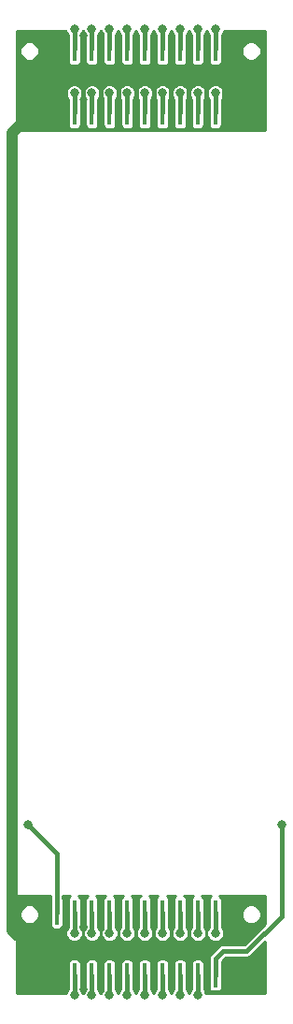
<source format=gbr>
G04 #@! TF.GenerationSoftware,KiCad,Pcbnew,5.0.2-bee76a0~70~ubuntu18.04.1*
G04 #@! TF.CreationDate,2019-05-09T10:06:10+02:00*
G04 #@! TF.ProjectId,breadboard,62726561-6462-46f6-9172-642e6b696361,rev?*
G04 #@! TF.SameCoordinates,Original*
G04 #@! TF.FileFunction,Copper,L2,Bot*
G04 #@! TF.FilePolarity,Positive*
%FSLAX46Y46*%
G04 Gerber Fmt 4.6, Leading zero omitted, Abs format (unit mm)*
G04 Created by KiCad (PCBNEW 5.0.2-bee76a0~70~ubuntu18.04.1) date jeu. 09 mai 2019 10:06:10 CEST*
%MOMM*%
%LPD*%
G01*
G04 APERTURE LIST*
G04 #@! TA.AperFunction,SMDPad,CuDef*
%ADD10R,4.700000X0.430000*%
G04 #@! TD*
G04 #@! TA.AperFunction,SMDPad,CuDef*
%ADD11R,2.540000X0.430000*%
G04 #@! TD*
G04 #@! TA.AperFunction,SMDPad,CuDef*
%ADD12R,0.410000X2.270000*%
G04 #@! TD*
G04 #@! TA.AperFunction,ViaPad*
%ADD13C,0.800000*%
G04 #@! TD*
G04 #@! TA.AperFunction,Conductor*
%ADD14C,0.400000*%
G04 #@! TD*
G04 #@! TA.AperFunction,Conductor*
%ADD15C,0.250000*%
G04 #@! TD*
G04 #@! TA.AperFunction,Conductor*
%ADD16C,1.000000*%
G04 #@! TD*
G04 #@! TA.AperFunction,Conductor*
%ADD17C,0.254000*%
G04 #@! TD*
G04 APERTURE END LIST*
D10*
G04 #@! TO.P,P2,G3*
G04 #@! TO.N,GND*
X108576017Y-64876027D03*
G04 #@! TO.P,P2,G2*
X114926017Y-64876027D03*
D11*
G04 #@! TO.P,P2,G4*
X103686017Y-64876027D03*
D12*
G04 #@! TO.P,P2,38*
X104951017Y-62011027D03*
G04 #@! TO.P,P2,34*
X106551017Y-62011027D03*
G04 #@! TO.P,P2,36*
G04 #@! TO.N,Net-(P2-Pad36)*
X105751017Y-62011027D03*
G04 #@! TO.P,P2,40*
G04 #@! TO.N,GND*
X104151017Y-62011027D03*
G04 #@! TO.P,P2,32*
G04 #@! TO.N,Net-(P2-Pad32)*
X107351017Y-62011027D03*
G04 #@! TO.P,P2,35*
G04 #@! TO.N,Net-(P2-Pad35)*
X105751017Y-67741027D03*
G04 #@! TO.P,P2,33*
G04 #@! TO.N,GND*
X106551017Y-67741027D03*
G04 #@! TO.P,P2,31*
G04 #@! TO.N,Net-(P2-Pad31)*
X107351017Y-67741027D03*
G04 #@! TO.P,P2,37*
G04 #@! TO.N,GND*
X104951017Y-67741027D03*
G04 #@! TO.P,P2,39*
X104151017Y-67741027D03*
D11*
G04 #@! TO.P,P2,G1*
X119816017Y-64876027D03*
D12*
G04 #@! TO.P,P2,18*
X112951017Y-62011027D03*
G04 #@! TO.P,P2,26*
X109751017Y-62011027D03*
G04 #@! TO.P,P2,14*
X114551017Y-62011027D03*
G04 #@! TO.P,P2,6*
X117751017Y-62011027D03*
G04 #@! TO.P,P2,20*
G04 #@! TO.N,Net-(P2-Pad20)*
X112151017Y-62011027D03*
G04 #@! TO.P,P2,2*
G04 #@! TO.N,GND*
X119351017Y-62011027D03*
G04 #@! TO.P,P2,24*
G04 #@! TO.N,Net-(P2-Pad24)*
X110551017Y-62011027D03*
G04 #@! TO.P,P2,12*
G04 #@! TO.N,Net-(P2-Pad12)*
X115351017Y-62011027D03*
G04 #@! TO.P,P2,16*
G04 #@! TO.N,Net-(P2-Pad16)*
X113751017Y-62011027D03*
G04 #@! TO.P,P2,4*
G04 #@! TO.N,Net-(P2-Pad4)*
X118551017Y-62011027D03*
G04 #@! TO.P,P2,22*
G04 #@! TO.N,GND*
X111351017Y-62011027D03*
G04 #@! TO.P,P2,8*
G04 #@! TO.N,Net-(P2-Pad8)*
X116951017Y-62011027D03*
G04 #@! TO.P,P2,28*
G04 #@! TO.N,Net-(P2-Pad28)*
X108951017Y-62011027D03*
G04 #@! TO.P,P2,30*
G04 #@! TO.N,GND*
X108151017Y-62011027D03*
G04 #@! TO.P,P2,10*
X116151017Y-62011027D03*
G04 #@! TO.P,P2,27*
G04 #@! TO.N,Net-(P2-Pad27)*
X108951017Y-67741027D03*
G04 #@! TO.P,P2,23*
G04 #@! TO.N,Net-(P2-Pad23)*
X110551017Y-67741027D03*
G04 #@! TO.P,P2,29*
G04 #@! TO.N,GND*
X108151017Y-67741027D03*
G04 #@! TO.P,P2,21*
X111351017Y-67741027D03*
G04 #@! TO.P,P2,25*
X109751017Y-67741027D03*
G04 #@! TO.P,P2,15*
G04 #@! TO.N,Net-(P2-Pad15)*
X113751017Y-67741027D03*
G04 #@! TO.P,P2,11*
G04 #@! TO.N,Net-(P2-Pad11)*
X115351017Y-67741027D03*
G04 #@! TO.P,P2,13*
G04 #@! TO.N,GND*
X114551017Y-67741027D03*
G04 #@! TO.P,P2,17*
X112951017Y-67741027D03*
G04 #@! TO.P,P2,19*
G04 #@! TO.N,Net-(P2-Pad19)*
X112151017Y-67741027D03*
G04 #@! TO.P,P2,9*
G04 #@! TO.N,GND*
X116151017Y-67741027D03*
G04 #@! TO.P,P2,5*
X117751017Y-67741027D03*
G04 #@! TO.P,P2,7*
G04 #@! TO.N,Net-(P2-Pad7)*
X116951017Y-67741027D03*
G04 #@! TO.P,P2,1*
G04 #@! TO.N,GND*
X119351017Y-67741027D03*
G04 #@! TO.P,P2,3*
G04 #@! TO.N,Net-(P2-Pad3)*
X118551017Y-67741027D03*
G04 #@! TD*
D10*
G04 #@! TO.P,P1,G3*
G04 #@! TO.N,GND*
X108576017Y-142976027D03*
G04 #@! TO.P,P1,G2*
X114926017Y-142976027D03*
D11*
G04 #@! TO.P,P1,G4*
X103686017Y-142976027D03*
D12*
G04 #@! TO.P,P1,38*
X104951017Y-140111027D03*
G04 #@! TO.P,P1,34*
X106551017Y-140111027D03*
G04 #@! TO.P,P1,36*
G04 #@! TO.N,Net-(P1-Pad36)*
X105751017Y-140111027D03*
G04 #@! TO.P,P1,40*
G04 #@! TO.N,+3V3*
X104151017Y-140111027D03*
G04 #@! TO.P,P1,32*
G04 #@! TO.N,Net-(P1-Pad32)*
X107351017Y-140111027D03*
G04 #@! TO.P,P1,35*
G04 #@! TO.N,Net-(P1-Pad35)*
X105751017Y-145841027D03*
G04 #@! TO.P,P1,33*
G04 #@! TO.N,GND*
X106551017Y-145841027D03*
G04 #@! TO.P,P1,31*
G04 #@! TO.N,Net-(P1-Pad31)*
X107351017Y-145841027D03*
G04 #@! TO.P,P1,37*
G04 #@! TO.N,GND*
X104951017Y-145841027D03*
G04 #@! TO.P,P1,39*
X104151017Y-145841027D03*
D11*
G04 #@! TO.P,P1,G1*
X119816017Y-142976027D03*
D12*
G04 #@! TO.P,P1,18*
X112951017Y-140111027D03*
G04 #@! TO.P,P1,26*
X109751017Y-140111027D03*
G04 #@! TO.P,P1,14*
X114551017Y-140111027D03*
G04 #@! TO.P,P1,6*
X117751017Y-140111027D03*
G04 #@! TO.P,P1,20*
G04 #@! TO.N,Net-(P1-Pad20)*
X112151017Y-140111027D03*
G04 #@! TO.P,P1,2*
G04 #@! TO.N,GND*
X119351017Y-140111027D03*
G04 #@! TO.P,P1,24*
G04 #@! TO.N,Net-(P1-Pad24)*
X110551017Y-140111027D03*
G04 #@! TO.P,P1,12*
G04 #@! TO.N,Net-(P1-Pad12)*
X115351017Y-140111027D03*
G04 #@! TO.P,P1,16*
G04 #@! TO.N,Net-(P1-Pad16)*
X113751017Y-140111027D03*
G04 #@! TO.P,P1,4*
G04 #@! TO.N,Net-(P1-Pad4)*
X118551017Y-140111027D03*
G04 #@! TO.P,P1,22*
G04 #@! TO.N,GND*
X111351017Y-140111027D03*
G04 #@! TO.P,P1,8*
G04 #@! TO.N,Net-(P1-Pad8)*
X116951017Y-140111027D03*
G04 #@! TO.P,P1,28*
G04 #@! TO.N,Net-(P1-Pad28)*
X108951017Y-140111027D03*
G04 #@! TO.P,P1,30*
G04 #@! TO.N,GND*
X108151017Y-140111027D03*
G04 #@! TO.P,P1,10*
X116151017Y-140111027D03*
G04 #@! TO.P,P1,27*
G04 #@! TO.N,Net-(P1-Pad27)*
X108951017Y-145841027D03*
G04 #@! TO.P,P1,23*
G04 #@! TO.N,Net-(P1-Pad23)*
X110551017Y-145841027D03*
G04 #@! TO.P,P1,29*
G04 #@! TO.N,GND*
X108151017Y-145841027D03*
G04 #@! TO.P,P1,21*
X111351017Y-145841027D03*
G04 #@! TO.P,P1,25*
X109751017Y-145841027D03*
G04 #@! TO.P,P1,15*
G04 #@! TO.N,Net-(P1-Pad15)*
X113751017Y-145841027D03*
G04 #@! TO.P,P1,11*
G04 #@! TO.N,Net-(P1-Pad11)*
X115351017Y-145841027D03*
G04 #@! TO.P,P1,13*
G04 #@! TO.N,GND*
X114551017Y-145841027D03*
G04 #@! TO.P,P1,17*
X112951017Y-145841027D03*
G04 #@! TO.P,P1,19*
G04 #@! TO.N,Net-(P1-Pad19)*
X112151017Y-145841027D03*
G04 #@! TO.P,P1,9*
G04 #@! TO.N,GND*
X116151017Y-145841027D03*
G04 #@! TO.P,P1,5*
X117751017Y-145841027D03*
G04 #@! TO.P,P1,7*
G04 #@! TO.N,Net-(P1-Pad7)*
X116951017Y-145841027D03*
G04 #@! TO.P,P1,1*
G04 #@! TO.N,GND*
X119351017Y-145841027D03*
G04 #@! TO.P,P1,3*
G04 #@! TO.N,GNDA*
X118551017Y-145841027D03*
G04 #@! TD*
D13*
G04 #@! TO.N,GNDA*
X124551017Y-132211027D03*
G04 #@! TO.N,Net-(P1-Pad7)*
X116951017Y-147611027D03*
G04 #@! TO.N,Net-(P1-Pad19)*
X112151017Y-147611027D03*
G04 #@! TO.N,Net-(P1-Pad11)*
X115351017Y-147611027D03*
G04 #@! TO.N,Net-(P1-Pad15)*
X113751017Y-147611027D03*
G04 #@! TO.N,Net-(P1-Pad23)*
X110551017Y-147611027D03*
G04 #@! TO.N,Net-(P1-Pad27)*
X108951017Y-147611027D03*
G04 #@! TO.N,Net-(P1-Pad28)*
X108951017Y-142011027D03*
G04 #@! TO.N,Net-(P1-Pad8)*
X116951017Y-142011027D03*
G04 #@! TO.N,Net-(P1-Pad4)*
X118551017Y-142011027D03*
G04 #@! TO.N,Net-(P1-Pad16)*
X113751017Y-142011027D03*
G04 #@! TO.N,Net-(P1-Pad12)*
X115351017Y-142011027D03*
G04 #@! TO.N,Net-(P1-Pad24)*
X110551017Y-142011027D03*
G04 #@! TO.N,Net-(P1-Pad20)*
X112151017Y-142011027D03*
G04 #@! TO.N,Net-(P1-Pad31)*
X107351017Y-147611027D03*
G04 #@! TO.N,Net-(P1-Pad35)*
X105751017Y-147611027D03*
G04 #@! TO.N,Net-(P1-Pad32)*
X107351017Y-142011027D03*
G04 #@! TO.N,+3V3*
X101551017Y-132211027D03*
G04 #@! TO.N,Net-(P1-Pad36)*
X105751017Y-142011027D03*
G04 #@! TO.N,Net-(P2-Pad36)*
X105751017Y-60211027D03*
G04 #@! TO.N,Net-(P2-Pad32)*
X107351017Y-60211027D03*
G04 #@! TO.N,Net-(P2-Pad35)*
X105751017Y-66011027D03*
G04 #@! TO.N,Net-(P2-Pad31)*
X107351017Y-66011027D03*
G04 #@! TO.N,Net-(P2-Pad20)*
X112151017Y-60211027D03*
G04 #@! TO.N,Net-(P2-Pad24)*
X110551017Y-60211027D03*
G04 #@! TO.N,Net-(P2-Pad12)*
X115351017Y-60211027D03*
G04 #@! TO.N,Net-(P2-Pad16)*
X113751017Y-60211027D03*
G04 #@! TO.N,Net-(P2-Pad4)*
X118551017Y-60211027D03*
G04 #@! TO.N,Net-(P2-Pad8)*
X116951017Y-60211027D03*
G04 #@! TO.N,Net-(P2-Pad28)*
X108951017Y-60211027D03*
G04 #@! TO.N,Net-(P2-Pad27)*
X108951017Y-66011027D03*
G04 #@! TO.N,Net-(P2-Pad23)*
X110551017Y-66011027D03*
G04 #@! TO.N,Net-(P2-Pad15)*
X113751017Y-66011027D03*
G04 #@! TO.N,Net-(P2-Pad11)*
X115351017Y-66011027D03*
G04 #@! TO.N,Net-(P2-Pad19)*
X112151017Y-66011027D03*
G04 #@! TO.N,Net-(P2-Pad7)*
X116951017Y-66011027D03*
G04 #@! TO.N,Net-(P2-Pad3)*
X118551017Y-66011027D03*
G04 #@! TD*
D14*
G04 #@! TO.N,GNDA*
X124551017Y-140446029D02*
X124551017Y-132211027D01*
X121406018Y-143591028D02*
X124551017Y-140446029D01*
X119266016Y-143591028D02*
X121406018Y-143591028D01*
X118551017Y-145841027D02*
X118551017Y-144306027D01*
X118551017Y-144306027D02*
X119266016Y-143591028D01*
G04 #@! TO.N,Net-(P1-Pad7)*
X116951017Y-145841027D02*
X116951017Y-147611027D01*
G04 #@! TO.N,Net-(P1-Pad19)*
X112151017Y-145841027D02*
X112151017Y-147611027D01*
G04 #@! TO.N,Net-(P1-Pad11)*
X115351017Y-145841027D02*
X115351017Y-147611027D01*
G04 #@! TO.N,Net-(P1-Pad15)*
X113751017Y-145841027D02*
X113751017Y-147611027D01*
G04 #@! TO.N,Net-(P1-Pad23)*
X110551017Y-145841027D02*
X110551017Y-147611027D01*
G04 #@! TO.N,Net-(P1-Pad27)*
X108951017Y-145841027D02*
X108951017Y-147611027D01*
G04 #@! TO.N,Net-(P1-Pad28)*
X108951017Y-140111027D02*
X108951017Y-142011027D01*
G04 #@! TO.N,Net-(P1-Pad8)*
X116951017Y-140111027D02*
X116951017Y-142011027D01*
G04 #@! TO.N,Net-(P1-Pad4)*
X118551017Y-140111027D02*
X118551017Y-142011027D01*
G04 #@! TO.N,Net-(P1-Pad16)*
X113751017Y-140111027D02*
X113751017Y-142011027D01*
G04 #@! TO.N,Net-(P1-Pad12)*
X115351017Y-140111027D02*
X115351017Y-142011027D01*
G04 #@! TO.N,Net-(P1-Pad24)*
X110551017Y-140111027D02*
X110551017Y-142011027D01*
G04 #@! TO.N,Net-(P1-Pad20)*
X112151017Y-140111027D02*
X112151017Y-142011027D01*
G04 #@! TO.N,Net-(P1-Pad31)*
X107351017Y-145841027D02*
X107351017Y-147611027D01*
G04 #@! TO.N,Net-(P1-Pad35)*
X105751017Y-145841027D02*
X105751017Y-147611027D01*
G04 #@! TO.N,Net-(P1-Pad32)*
X107351017Y-140111027D02*
X107351017Y-142011027D01*
G04 #@! TO.N,+3V3*
X104151017Y-140111027D02*
X104151017Y-134811027D01*
X104151017Y-134811027D02*
X101551017Y-132211027D01*
G04 #@! TO.N,Net-(P1-Pad36)*
X105751017Y-140111027D02*
X105751017Y-142011027D01*
G04 #@! TO.N,Net-(P2-Pad36)*
X105751017Y-62011027D02*
X105751017Y-60211027D01*
G04 #@! TO.N,Net-(P2-Pad32)*
X107351017Y-62011027D02*
X107351017Y-60211027D01*
G04 #@! TO.N,Net-(P2-Pad35)*
X105751017Y-67741027D02*
X105751017Y-66011027D01*
G04 #@! TO.N,Net-(P2-Pad31)*
X107351017Y-67741027D02*
X107351017Y-66011027D01*
G04 #@! TO.N,Net-(P2-Pad20)*
X112151017Y-62011027D02*
X112151017Y-60211027D01*
G04 #@! TO.N,Net-(P2-Pad24)*
X110551017Y-62011027D02*
X110551017Y-60211027D01*
G04 #@! TO.N,Net-(P2-Pad12)*
X115351017Y-62011027D02*
X115351017Y-60211027D01*
G04 #@! TO.N,Net-(P2-Pad16)*
X113751017Y-62011027D02*
X113751017Y-60211027D01*
G04 #@! TO.N,Net-(P2-Pad4)*
X118551017Y-62011027D02*
X118551017Y-60211027D01*
G04 #@! TO.N,Net-(P2-Pad8)*
X116951017Y-62011027D02*
X116951017Y-60211027D01*
G04 #@! TO.N,Net-(P2-Pad28)*
X108951017Y-62011027D02*
X108951017Y-60211027D01*
G04 #@! TO.N,Net-(P2-Pad27)*
X108951017Y-67741027D02*
X108951017Y-66011027D01*
G04 #@! TO.N,Net-(P2-Pad23)*
X110551017Y-67741027D02*
X110551017Y-66011027D01*
G04 #@! TO.N,Net-(P2-Pad15)*
X113751017Y-67741027D02*
X113751017Y-66011027D01*
G04 #@! TO.N,Net-(P2-Pad11)*
X115351017Y-67741027D02*
X115351017Y-66011027D01*
G04 #@! TO.N,Net-(P2-Pad19)*
X112151017Y-67741027D02*
X112151017Y-66011027D01*
G04 #@! TO.N,Net-(P2-Pad7)*
X116951017Y-67741027D02*
X116951017Y-66011027D01*
G04 #@! TO.N,Net-(P2-Pad3)*
X118551017Y-67741027D02*
X118551017Y-66011027D01*
G04 #@! TO.N,GND*
X104151017Y-62011027D02*
X104151017Y-67741027D01*
X106551017Y-65627025D02*
X106551017Y-62011027D01*
X106551017Y-67741027D02*
X106551017Y-65627025D01*
X108151017Y-67741027D02*
X108151017Y-62011027D01*
X109751017Y-67741027D02*
X109751017Y-66011027D01*
X109751017Y-66011027D02*
X109751017Y-62011027D01*
X111351017Y-67741027D02*
X111351017Y-62011027D01*
X112951017Y-66811027D02*
X112951017Y-62011027D01*
X112951017Y-67741027D02*
X112951017Y-66811027D01*
X114551017Y-67741027D02*
X114551017Y-62011027D01*
X116151017Y-67741027D02*
X116151017Y-62011027D01*
X117751017Y-67741027D02*
X117751017Y-62011027D01*
X119351017Y-67741027D02*
X119351017Y-62611027D01*
X109751017Y-140111027D02*
X109751017Y-141211027D01*
X119351016Y-147376028D02*
X117751017Y-147376027D01*
X117751017Y-147376027D02*
X117751017Y-145841027D01*
X119351017Y-145841027D02*
X119351016Y-147376028D01*
D15*
X104886017Y-64876027D02*
X104951017Y-64811027D01*
X103686017Y-64876027D02*
X104886017Y-64876027D01*
D14*
X104951017Y-62011027D02*
X104951017Y-64811027D01*
X104951017Y-64811027D02*
X104951017Y-67741027D01*
X108576017Y-64876027D02*
X103686017Y-64876027D01*
X103686017Y-142976027D02*
X104916017Y-142976027D01*
X104916017Y-142976027D02*
X104951017Y-143011027D01*
X114926017Y-142976027D02*
X115570019Y-142976027D01*
X114926017Y-142976027D02*
X112176017Y-142976027D01*
D16*
X101416017Y-142976027D02*
X100151017Y-141711027D01*
X103686017Y-142976027D02*
X101416017Y-142976027D01*
X103686017Y-66091027D02*
X103686017Y-64876027D01*
X100151017Y-69626027D02*
X103686017Y-66091027D01*
X100151017Y-141711027D02*
X100151017Y-69626027D01*
G04 #@! TD*
D17*
G04 #@! TO.N,GND*
G36*
X103570017Y-138913365D02*
X103557553Y-138976027D01*
X103557553Y-141246027D01*
X103587123Y-141394686D01*
X103671331Y-141520713D01*
X103797358Y-141604921D01*
X103946017Y-141634491D01*
X104356017Y-141634491D01*
X104504676Y-141604921D01*
X104630703Y-141520713D01*
X104714911Y-141394686D01*
X104744481Y-141246027D01*
X104744481Y-138976027D01*
X104732017Y-138913366D01*
X104732017Y-138638027D01*
X105366088Y-138638027D01*
X105271331Y-138701341D01*
X105187123Y-138827368D01*
X105157553Y-138976027D01*
X105157553Y-141246027D01*
X105170018Y-141308691D01*
X105170018Y-141487525D01*
X105088917Y-141568626D01*
X104970017Y-141855676D01*
X104970017Y-142166378D01*
X105088917Y-142453428D01*
X105308616Y-142673127D01*
X105595666Y-142792027D01*
X105906368Y-142792027D01*
X106193418Y-142673127D01*
X106413117Y-142453428D01*
X106532017Y-142166378D01*
X106532017Y-141855676D01*
X106413117Y-141568626D01*
X106332017Y-141487526D01*
X106332017Y-141308688D01*
X106344481Y-141246027D01*
X106344481Y-138976027D01*
X106314911Y-138827368D01*
X106230703Y-138701341D01*
X106135946Y-138638027D01*
X106966088Y-138638027D01*
X106871331Y-138701341D01*
X106787123Y-138827368D01*
X106757553Y-138976027D01*
X106757553Y-141246027D01*
X106770018Y-141308691D01*
X106770018Y-141487525D01*
X106688917Y-141568626D01*
X106570017Y-141855676D01*
X106570017Y-142166378D01*
X106688917Y-142453428D01*
X106908616Y-142673127D01*
X107195666Y-142792027D01*
X107506368Y-142792027D01*
X107793418Y-142673127D01*
X108013117Y-142453428D01*
X108132017Y-142166378D01*
X108132017Y-141855676D01*
X108013117Y-141568626D01*
X107932017Y-141487526D01*
X107932017Y-141308688D01*
X107944481Y-141246027D01*
X107944481Y-138976027D01*
X107914911Y-138827368D01*
X107830703Y-138701341D01*
X107735946Y-138638027D01*
X108566088Y-138638027D01*
X108471331Y-138701341D01*
X108387123Y-138827368D01*
X108357553Y-138976027D01*
X108357553Y-141246027D01*
X108370018Y-141308691D01*
X108370018Y-141487525D01*
X108288917Y-141568626D01*
X108170017Y-141855676D01*
X108170017Y-142166378D01*
X108288917Y-142453428D01*
X108508616Y-142673127D01*
X108795666Y-142792027D01*
X109106368Y-142792027D01*
X109393418Y-142673127D01*
X109613117Y-142453428D01*
X109732017Y-142166378D01*
X109732017Y-141855676D01*
X109613117Y-141568626D01*
X109532017Y-141487526D01*
X109532017Y-141308688D01*
X109544481Y-141246027D01*
X109544481Y-138976027D01*
X109514911Y-138827368D01*
X109430703Y-138701341D01*
X109335946Y-138638027D01*
X110166088Y-138638027D01*
X110071331Y-138701341D01*
X109987123Y-138827368D01*
X109957553Y-138976027D01*
X109957553Y-141246027D01*
X109970018Y-141308691D01*
X109970018Y-141487525D01*
X109888917Y-141568626D01*
X109770017Y-141855676D01*
X109770017Y-142166378D01*
X109888917Y-142453428D01*
X110108616Y-142673127D01*
X110395666Y-142792027D01*
X110706368Y-142792027D01*
X110993418Y-142673127D01*
X111213117Y-142453428D01*
X111332017Y-142166378D01*
X111332017Y-141855676D01*
X111213117Y-141568626D01*
X111132017Y-141487526D01*
X111132017Y-141308688D01*
X111144481Y-141246027D01*
X111144481Y-138976027D01*
X111114911Y-138827368D01*
X111030703Y-138701341D01*
X110935946Y-138638027D01*
X111766088Y-138638027D01*
X111671331Y-138701341D01*
X111587123Y-138827368D01*
X111557553Y-138976027D01*
X111557553Y-141246027D01*
X111570018Y-141308691D01*
X111570018Y-141487525D01*
X111488917Y-141568626D01*
X111370017Y-141855676D01*
X111370017Y-142166378D01*
X111488917Y-142453428D01*
X111708616Y-142673127D01*
X111995666Y-142792027D01*
X112306368Y-142792027D01*
X112593418Y-142673127D01*
X112813117Y-142453428D01*
X112932017Y-142166378D01*
X112932017Y-141855676D01*
X112813117Y-141568626D01*
X112732017Y-141487526D01*
X112732017Y-141308688D01*
X112744481Y-141246027D01*
X112744481Y-138976027D01*
X112714911Y-138827368D01*
X112630703Y-138701341D01*
X112535946Y-138638027D01*
X113366088Y-138638027D01*
X113271331Y-138701341D01*
X113187123Y-138827368D01*
X113157553Y-138976027D01*
X113157553Y-141246027D01*
X113170018Y-141308691D01*
X113170018Y-141487525D01*
X113088917Y-141568626D01*
X112970017Y-141855676D01*
X112970017Y-142166378D01*
X113088917Y-142453428D01*
X113308616Y-142673127D01*
X113595666Y-142792027D01*
X113906368Y-142792027D01*
X114193418Y-142673127D01*
X114413117Y-142453428D01*
X114532017Y-142166378D01*
X114532017Y-141855676D01*
X114413117Y-141568626D01*
X114332017Y-141487526D01*
X114332017Y-141308688D01*
X114344481Y-141246027D01*
X114344481Y-138976027D01*
X114314911Y-138827368D01*
X114230703Y-138701341D01*
X114135946Y-138638027D01*
X114966088Y-138638027D01*
X114871331Y-138701341D01*
X114787123Y-138827368D01*
X114757553Y-138976027D01*
X114757553Y-141246027D01*
X114770018Y-141308691D01*
X114770018Y-141487525D01*
X114688917Y-141568626D01*
X114570017Y-141855676D01*
X114570017Y-142166378D01*
X114688917Y-142453428D01*
X114908616Y-142673127D01*
X115195666Y-142792027D01*
X115506368Y-142792027D01*
X115793418Y-142673127D01*
X116013117Y-142453428D01*
X116132017Y-142166378D01*
X116132017Y-141855676D01*
X116013117Y-141568626D01*
X115932017Y-141487526D01*
X115932017Y-141308688D01*
X115944481Y-141246027D01*
X115944481Y-138976027D01*
X115914911Y-138827368D01*
X115830703Y-138701341D01*
X115735946Y-138638027D01*
X116566088Y-138638027D01*
X116471331Y-138701341D01*
X116387123Y-138827368D01*
X116357553Y-138976027D01*
X116357553Y-141246027D01*
X116370018Y-141308691D01*
X116370018Y-141487525D01*
X116288917Y-141568626D01*
X116170017Y-141855676D01*
X116170017Y-142166378D01*
X116288917Y-142453428D01*
X116508616Y-142673127D01*
X116795666Y-142792027D01*
X117106368Y-142792027D01*
X117393418Y-142673127D01*
X117613117Y-142453428D01*
X117732017Y-142166378D01*
X117732017Y-141855676D01*
X117613117Y-141568626D01*
X117532017Y-141487526D01*
X117532017Y-141308688D01*
X117544481Y-141246027D01*
X117544481Y-138976027D01*
X117514911Y-138827368D01*
X117430703Y-138701341D01*
X117335946Y-138638027D01*
X118166088Y-138638027D01*
X118071331Y-138701341D01*
X117987123Y-138827368D01*
X117957553Y-138976027D01*
X117957553Y-141246027D01*
X117970018Y-141308691D01*
X117970018Y-141487525D01*
X117888917Y-141568626D01*
X117770017Y-141855676D01*
X117770017Y-142166378D01*
X117888917Y-142453428D01*
X118108616Y-142673127D01*
X118395666Y-142792027D01*
X118706368Y-142792027D01*
X118993418Y-142673127D01*
X119213117Y-142453428D01*
X119332017Y-142166378D01*
X119332017Y-141855676D01*
X119213117Y-141568626D01*
X119132017Y-141487526D01*
X119132017Y-141308688D01*
X119144481Y-141246027D01*
X119144481Y-140128796D01*
X120925017Y-140128796D01*
X120925017Y-140483258D01*
X121060663Y-140810738D01*
X121311306Y-141061381D01*
X121638786Y-141197027D01*
X121993248Y-141197027D01*
X122320728Y-141061381D01*
X122571371Y-140810738D01*
X122707017Y-140483258D01*
X122707017Y-140128796D01*
X122571371Y-139801316D01*
X122320728Y-139550673D01*
X121993248Y-139415027D01*
X121638786Y-139415027D01*
X121311306Y-139550673D01*
X121060663Y-139801316D01*
X120925017Y-140128796D01*
X119144481Y-140128796D01*
X119144481Y-138976027D01*
X119114911Y-138827368D01*
X119030703Y-138701341D01*
X118935946Y-138638027D01*
X123024017Y-138638027D01*
X123024017Y-141151371D01*
X121165361Y-143010028D01*
X119323232Y-143010028D01*
X119266015Y-142998647D01*
X119208798Y-143010028D01*
X119208794Y-143010028D01*
X119039321Y-143043738D01*
X118847139Y-143172151D01*
X118814726Y-143220660D01*
X118180650Y-143854737D01*
X118132141Y-143887150D01*
X118099728Y-143935659D01*
X118099726Y-143935661D01*
X118003727Y-144079333D01*
X117958636Y-144306027D01*
X117970018Y-144363249D01*
X117970018Y-144643362D01*
X117957553Y-144706027D01*
X117957553Y-146976027D01*
X117987123Y-147124686D01*
X118071331Y-147250713D01*
X118197358Y-147334921D01*
X118346017Y-147364491D01*
X118756017Y-147364491D01*
X118904676Y-147334921D01*
X119030703Y-147250713D01*
X119114911Y-147124686D01*
X119144481Y-146976027D01*
X119144481Y-144706027D01*
X119132017Y-144643366D01*
X119132017Y-144546684D01*
X119506674Y-144172028D01*
X121348800Y-144172028D01*
X121406018Y-144183409D01*
X121463236Y-144172028D01*
X121463240Y-144172028D01*
X121632713Y-144138318D01*
X121824895Y-144009905D01*
X121857310Y-143961393D01*
X123024017Y-142794686D01*
X123024017Y-147384027D01*
X117702339Y-147384027D01*
X117613117Y-147168626D01*
X117532017Y-147087526D01*
X117532017Y-147038688D01*
X117544481Y-146976027D01*
X117544481Y-144706027D01*
X117514911Y-144557368D01*
X117430703Y-144431341D01*
X117304676Y-144347133D01*
X117156017Y-144317563D01*
X116746017Y-144317563D01*
X116597358Y-144347133D01*
X116471331Y-144431341D01*
X116387123Y-144557368D01*
X116357553Y-144706027D01*
X116357553Y-146976027D01*
X116370018Y-147038691D01*
X116370018Y-147087525D01*
X116288917Y-147168626D01*
X116199695Y-147384027D01*
X116102339Y-147384027D01*
X116013117Y-147168626D01*
X115932017Y-147087526D01*
X115932017Y-147038688D01*
X115944481Y-146976027D01*
X115944481Y-144706027D01*
X115914911Y-144557368D01*
X115830703Y-144431341D01*
X115704676Y-144347133D01*
X115556017Y-144317563D01*
X115146017Y-144317563D01*
X114997358Y-144347133D01*
X114871331Y-144431341D01*
X114787123Y-144557368D01*
X114757553Y-144706027D01*
X114757553Y-146976027D01*
X114770018Y-147038691D01*
X114770018Y-147087525D01*
X114688917Y-147168626D01*
X114599695Y-147384027D01*
X114502339Y-147384027D01*
X114413117Y-147168626D01*
X114332017Y-147087526D01*
X114332017Y-147038688D01*
X114344481Y-146976027D01*
X114344481Y-144706027D01*
X114314911Y-144557368D01*
X114230703Y-144431341D01*
X114104676Y-144347133D01*
X113956017Y-144317563D01*
X113546017Y-144317563D01*
X113397358Y-144347133D01*
X113271331Y-144431341D01*
X113187123Y-144557368D01*
X113157553Y-144706027D01*
X113157553Y-146976027D01*
X113170018Y-147038691D01*
X113170018Y-147087525D01*
X113088917Y-147168626D01*
X112999695Y-147384027D01*
X112902339Y-147384027D01*
X112813117Y-147168626D01*
X112732017Y-147087526D01*
X112732017Y-147038688D01*
X112744481Y-146976027D01*
X112744481Y-144706027D01*
X112714911Y-144557368D01*
X112630703Y-144431341D01*
X112504676Y-144347133D01*
X112356017Y-144317563D01*
X111946017Y-144317563D01*
X111797358Y-144347133D01*
X111671331Y-144431341D01*
X111587123Y-144557368D01*
X111557553Y-144706027D01*
X111557553Y-146976027D01*
X111570018Y-147038691D01*
X111570018Y-147087525D01*
X111488917Y-147168626D01*
X111399695Y-147384027D01*
X111302339Y-147384027D01*
X111213117Y-147168626D01*
X111132017Y-147087526D01*
X111132017Y-147038688D01*
X111144481Y-146976027D01*
X111144481Y-144706027D01*
X111114911Y-144557368D01*
X111030703Y-144431341D01*
X110904676Y-144347133D01*
X110756017Y-144317563D01*
X110346017Y-144317563D01*
X110197358Y-144347133D01*
X110071331Y-144431341D01*
X109987123Y-144557368D01*
X109957553Y-144706027D01*
X109957553Y-146976027D01*
X109970018Y-147038691D01*
X109970018Y-147087525D01*
X109888917Y-147168626D01*
X109799695Y-147384027D01*
X109702339Y-147384027D01*
X109613117Y-147168626D01*
X109532017Y-147087526D01*
X109532017Y-147038688D01*
X109544481Y-146976027D01*
X109544481Y-144706027D01*
X109514911Y-144557368D01*
X109430703Y-144431341D01*
X109304676Y-144347133D01*
X109156017Y-144317563D01*
X108746017Y-144317563D01*
X108597358Y-144347133D01*
X108471331Y-144431341D01*
X108387123Y-144557368D01*
X108357553Y-144706027D01*
X108357553Y-146976027D01*
X108370018Y-147038691D01*
X108370018Y-147087525D01*
X108288917Y-147168626D01*
X108199695Y-147384027D01*
X108102339Y-147384027D01*
X108013117Y-147168626D01*
X107932017Y-147087526D01*
X107932017Y-147038688D01*
X107944481Y-146976027D01*
X107944481Y-144706027D01*
X107914911Y-144557368D01*
X107830703Y-144431341D01*
X107704676Y-144347133D01*
X107556017Y-144317563D01*
X107146017Y-144317563D01*
X106997358Y-144347133D01*
X106871331Y-144431341D01*
X106787123Y-144557368D01*
X106757553Y-144706027D01*
X106757553Y-146976027D01*
X106770018Y-147038691D01*
X106770018Y-147087525D01*
X106688917Y-147168626D01*
X106599695Y-147384027D01*
X106502339Y-147384027D01*
X106413117Y-147168626D01*
X106332017Y-147087526D01*
X106332017Y-147038688D01*
X106344481Y-146976027D01*
X106344481Y-144706027D01*
X106314911Y-144557368D01*
X106230703Y-144431341D01*
X106104676Y-144347133D01*
X105956017Y-144317563D01*
X105546017Y-144317563D01*
X105397358Y-144347133D01*
X105271331Y-144431341D01*
X105187123Y-144557368D01*
X105157553Y-144706027D01*
X105157553Y-146976027D01*
X105170018Y-147038691D01*
X105170018Y-147087525D01*
X105088917Y-147168626D01*
X104999695Y-147384027D01*
X100528017Y-147384027D01*
X100528017Y-140128796D01*
X100795017Y-140128796D01*
X100795017Y-140483258D01*
X100930663Y-140810738D01*
X101181306Y-141061381D01*
X101508786Y-141197027D01*
X101863248Y-141197027D01*
X102190728Y-141061381D01*
X102441371Y-140810738D01*
X102577017Y-140483258D01*
X102577017Y-140128796D01*
X102441371Y-139801316D01*
X102190728Y-139550673D01*
X101863248Y-139415027D01*
X101508786Y-139415027D01*
X101181306Y-139550673D01*
X100930663Y-139801316D01*
X100795017Y-140128796D01*
X100528017Y-140128796D01*
X100528017Y-138638027D01*
X103570017Y-138638027D01*
X103570017Y-138913365D01*
X103570017Y-138913365D01*
G37*
X103570017Y-138913365D02*
X103557553Y-138976027D01*
X103557553Y-141246027D01*
X103587123Y-141394686D01*
X103671331Y-141520713D01*
X103797358Y-141604921D01*
X103946017Y-141634491D01*
X104356017Y-141634491D01*
X104504676Y-141604921D01*
X104630703Y-141520713D01*
X104714911Y-141394686D01*
X104744481Y-141246027D01*
X104744481Y-138976027D01*
X104732017Y-138913366D01*
X104732017Y-138638027D01*
X105366088Y-138638027D01*
X105271331Y-138701341D01*
X105187123Y-138827368D01*
X105157553Y-138976027D01*
X105157553Y-141246027D01*
X105170018Y-141308691D01*
X105170018Y-141487525D01*
X105088917Y-141568626D01*
X104970017Y-141855676D01*
X104970017Y-142166378D01*
X105088917Y-142453428D01*
X105308616Y-142673127D01*
X105595666Y-142792027D01*
X105906368Y-142792027D01*
X106193418Y-142673127D01*
X106413117Y-142453428D01*
X106532017Y-142166378D01*
X106532017Y-141855676D01*
X106413117Y-141568626D01*
X106332017Y-141487526D01*
X106332017Y-141308688D01*
X106344481Y-141246027D01*
X106344481Y-138976027D01*
X106314911Y-138827368D01*
X106230703Y-138701341D01*
X106135946Y-138638027D01*
X106966088Y-138638027D01*
X106871331Y-138701341D01*
X106787123Y-138827368D01*
X106757553Y-138976027D01*
X106757553Y-141246027D01*
X106770018Y-141308691D01*
X106770018Y-141487525D01*
X106688917Y-141568626D01*
X106570017Y-141855676D01*
X106570017Y-142166378D01*
X106688917Y-142453428D01*
X106908616Y-142673127D01*
X107195666Y-142792027D01*
X107506368Y-142792027D01*
X107793418Y-142673127D01*
X108013117Y-142453428D01*
X108132017Y-142166378D01*
X108132017Y-141855676D01*
X108013117Y-141568626D01*
X107932017Y-141487526D01*
X107932017Y-141308688D01*
X107944481Y-141246027D01*
X107944481Y-138976027D01*
X107914911Y-138827368D01*
X107830703Y-138701341D01*
X107735946Y-138638027D01*
X108566088Y-138638027D01*
X108471331Y-138701341D01*
X108387123Y-138827368D01*
X108357553Y-138976027D01*
X108357553Y-141246027D01*
X108370018Y-141308691D01*
X108370018Y-141487525D01*
X108288917Y-141568626D01*
X108170017Y-141855676D01*
X108170017Y-142166378D01*
X108288917Y-142453428D01*
X108508616Y-142673127D01*
X108795666Y-142792027D01*
X109106368Y-142792027D01*
X109393418Y-142673127D01*
X109613117Y-142453428D01*
X109732017Y-142166378D01*
X109732017Y-141855676D01*
X109613117Y-141568626D01*
X109532017Y-141487526D01*
X109532017Y-141308688D01*
X109544481Y-141246027D01*
X109544481Y-138976027D01*
X109514911Y-138827368D01*
X109430703Y-138701341D01*
X109335946Y-138638027D01*
X110166088Y-138638027D01*
X110071331Y-138701341D01*
X109987123Y-138827368D01*
X109957553Y-138976027D01*
X109957553Y-141246027D01*
X109970018Y-141308691D01*
X109970018Y-141487525D01*
X109888917Y-141568626D01*
X109770017Y-141855676D01*
X109770017Y-142166378D01*
X109888917Y-142453428D01*
X110108616Y-142673127D01*
X110395666Y-142792027D01*
X110706368Y-142792027D01*
X110993418Y-142673127D01*
X111213117Y-142453428D01*
X111332017Y-142166378D01*
X111332017Y-141855676D01*
X111213117Y-141568626D01*
X111132017Y-141487526D01*
X111132017Y-141308688D01*
X111144481Y-141246027D01*
X111144481Y-138976027D01*
X111114911Y-138827368D01*
X111030703Y-138701341D01*
X110935946Y-138638027D01*
X111766088Y-138638027D01*
X111671331Y-138701341D01*
X111587123Y-138827368D01*
X111557553Y-138976027D01*
X111557553Y-141246027D01*
X111570018Y-141308691D01*
X111570018Y-141487525D01*
X111488917Y-141568626D01*
X111370017Y-141855676D01*
X111370017Y-142166378D01*
X111488917Y-142453428D01*
X111708616Y-142673127D01*
X111995666Y-142792027D01*
X112306368Y-142792027D01*
X112593418Y-142673127D01*
X112813117Y-142453428D01*
X112932017Y-142166378D01*
X112932017Y-141855676D01*
X112813117Y-141568626D01*
X112732017Y-141487526D01*
X112732017Y-141308688D01*
X112744481Y-141246027D01*
X112744481Y-138976027D01*
X112714911Y-138827368D01*
X112630703Y-138701341D01*
X112535946Y-138638027D01*
X113366088Y-138638027D01*
X113271331Y-138701341D01*
X113187123Y-138827368D01*
X113157553Y-138976027D01*
X113157553Y-141246027D01*
X113170018Y-141308691D01*
X113170018Y-141487525D01*
X113088917Y-141568626D01*
X112970017Y-141855676D01*
X112970017Y-142166378D01*
X113088917Y-142453428D01*
X113308616Y-142673127D01*
X113595666Y-142792027D01*
X113906368Y-142792027D01*
X114193418Y-142673127D01*
X114413117Y-142453428D01*
X114532017Y-142166378D01*
X114532017Y-141855676D01*
X114413117Y-141568626D01*
X114332017Y-141487526D01*
X114332017Y-141308688D01*
X114344481Y-141246027D01*
X114344481Y-138976027D01*
X114314911Y-138827368D01*
X114230703Y-138701341D01*
X114135946Y-138638027D01*
X114966088Y-138638027D01*
X114871331Y-138701341D01*
X114787123Y-138827368D01*
X114757553Y-138976027D01*
X114757553Y-141246027D01*
X114770018Y-141308691D01*
X114770018Y-141487525D01*
X114688917Y-141568626D01*
X114570017Y-141855676D01*
X114570017Y-142166378D01*
X114688917Y-142453428D01*
X114908616Y-142673127D01*
X115195666Y-142792027D01*
X115506368Y-142792027D01*
X115793418Y-142673127D01*
X116013117Y-142453428D01*
X116132017Y-142166378D01*
X116132017Y-141855676D01*
X116013117Y-141568626D01*
X115932017Y-141487526D01*
X115932017Y-141308688D01*
X115944481Y-141246027D01*
X115944481Y-138976027D01*
X115914911Y-138827368D01*
X115830703Y-138701341D01*
X115735946Y-138638027D01*
X116566088Y-138638027D01*
X116471331Y-138701341D01*
X116387123Y-138827368D01*
X116357553Y-138976027D01*
X116357553Y-141246027D01*
X116370018Y-141308691D01*
X116370018Y-141487525D01*
X116288917Y-141568626D01*
X116170017Y-141855676D01*
X116170017Y-142166378D01*
X116288917Y-142453428D01*
X116508616Y-142673127D01*
X116795666Y-142792027D01*
X117106368Y-142792027D01*
X117393418Y-142673127D01*
X117613117Y-142453428D01*
X117732017Y-142166378D01*
X117732017Y-141855676D01*
X117613117Y-141568626D01*
X117532017Y-141487526D01*
X117532017Y-141308688D01*
X117544481Y-141246027D01*
X117544481Y-138976027D01*
X117514911Y-138827368D01*
X117430703Y-138701341D01*
X117335946Y-138638027D01*
X118166088Y-138638027D01*
X118071331Y-138701341D01*
X117987123Y-138827368D01*
X117957553Y-138976027D01*
X117957553Y-141246027D01*
X117970018Y-141308691D01*
X117970018Y-141487525D01*
X117888917Y-141568626D01*
X117770017Y-141855676D01*
X117770017Y-142166378D01*
X117888917Y-142453428D01*
X118108616Y-142673127D01*
X118395666Y-142792027D01*
X118706368Y-142792027D01*
X118993418Y-142673127D01*
X119213117Y-142453428D01*
X119332017Y-142166378D01*
X119332017Y-141855676D01*
X119213117Y-141568626D01*
X119132017Y-141487526D01*
X119132017Y-141308688D01*
X119144481Y-141246027D01*
X119144481Y-140128796D01*
X120925017Y-140128796D01*
X120925017Y-140483258D01*
X121060663Y-140810738D01*
X121311306Y-141061381D01*
X121638786Y-141197027D01*
X121993248Y-141197027D01*
X122320728Y-141061381D01*
X122571371Y-140810738D01*
X122707017Y-140483258D01*
X122707017Y-140128796D01*
X122571371Y-139801316D01*
X122320728Y-139550673D01*
X121993248Y-139415027D01*
X121638786Y-139415027D01*
X121311306Y-139550673D01*
X121060663Y-139801316D01*
X120925017Y-140128796D01*
X119144481Y-140128796D01*
X119144481Y-138976027D01*
X119114911Y-138827368D01*
X119030703Y-138701341D01*
X118935946Y-138638027D01*
X123024017Y-138638027D01*
X123024017Y-141151371D01*
X121165361Y-143010028D01*
X119323232Y-143010028D01*
X119266015Y-142998647D01*
X119208798Y-143010028D01*
X119208794Y-143010028D01*
X119039321Y-143043738D01*
X118847139Y-143172151D01*
X118814726Y-143220660D01*
X118180650Y-143854737D01*
X118132141Y-143887150D01*
X118099728Y-143935659D01*
X118099726Y-143935661D01*
X118003727Y-144079333D01*
X117958636Y-144306027D01*
X117970018Y-144363249D01*
X117970018Y-144643362D01*
X117957553Y-144706027D01*
X117957553Y-146976027D01*
X117987123Y-147124686D01*
X118071331Y-147250713D01*
X118197358Y-147334921D01*
X118346017Y-147364491D01*
X118756017Y-147364491D01*
X118904676Y-147334921D01*
X119030703Y-147250713D01*
X119114911Y-147124686D01*
X119144481Y-146976027D01*
X119144481Y-144706027D01*
X119132017Y-144643366D01*
X119132017Y-144546684D01*
X119506674Y-144172028D01*
X121348800Y-144172028D01*
X121406018Y-144183409D01*
X121463236Y-144172028D01*
X121463240Y-144172028D01*
X121632713Y-144138318D01*
X121824895Y-144009905D01*
X121857310Y-143961393D01*
X123024017Y-142794686D01*
X123024017Y-147384027D01*
X117702339Y-147384027D01*
X117613117Y-147168626D01*
X117532017Y-147087526D01*
X117532017Y-147038688D01*
X117544481Y-146976027D01*
X117544481Y-144706027D01*
X117514911Y-144557368D01*
X117430703Y-144431341D01*
X117304676Y-144347133D01*
X117156017Y-144317563D01*
X116746017Y-144317563D01*
X116597358Y-144347133D01*
X116471331Y-144431341D01*
X116387123Y-144557368D01*
X116357553Y-144706027D01*
X116357553Y-146976027D01*
X116370018Y-147038691D01*
X116370018Y-147087525D01*
X116288917Y-147168626D01*
X116199695Y-147384027D01*
X116102339Y-147384027D01*
X116013117Y-147168626D01*
X115932017Y-147087526D01*
X115932017Y-147038688D01*
X115944481Y-146976027D01*
X115944481Y-144706027D01*
X115914911Y-144557368D01*
X115830703Y-144431341D01*
X115704676Y-144347133D01*
X115556017Y-144317563D01*
X115146017Y-144317563D01*
X114997358Y-144347133D01*
X114871331Y-144431341D01*
X114787123Y-144557368D01*
X114757553Y-144706027D01*
X114757553Y-146976027D01*
X114770018Y-147038691D01*
X114770018Y-147087525D01*
X114688917Y-147168626D01*
X114599695Y-147384027D01*
X114502339Y-147384027D01*
X114413117Y-147168626D01*
X114332017Y-147087526D01*
X114332017Y-147038688D01*
X114344481Y-146976027D01*
X114344481Y-144706027D01*
X114314911Y-144557368D01*
X114230703Y-144431341D01*
X114104676Y-144347133D01*
X113956017Y-144317563D01*
X113546017Y-144317563D01*
X113397358Y-144347133D01*
X113271331Y-144431341D01*
X113187123Y-144557368D01*
X113157553Y-144706027D01*
X113157553Y-146976027D01*
X113170018Y-147038691D01*
X113170018Y-147087525D01*
X113088917Y-147168626D01*
X112999695Y-147384027D01*
X112902339Y-147384027D01*
X112813117Y-147168626D01*
X112732017Y-147087526D01*
X112732017Y-147038688D01*
X112744481Y-146976027D01*
X112744481Y-144706027D01*
X112714911Y-144557368D01*
X112630703Y-144431341D01*
X112504676Y-144347133D01*
X112356017Y-144317563D01*
X111946017Y-144317563D01*
X111797358Y-144347133D01*
X111671331Y-144431341D01*
X111587123Y-144557368D01*
X111557553Y-144706027D01*
X111557553Y-146976027D01*
X111570018Y-147038691D01*
X111570018Y-147087525D01*
X111488917Y-147168626D01*
X111399695Y-147384027D01*
X111302339Y-147384027D01*
X111213117Y-147168626D01*
X111132017Y-147087526D01*
X111132017Y-147038688D01*
X111144481Y-146976027D01*
X111144481Y-144706027D01*
X111114911Y-144557368D01*
X111030703Y-144431341D01*
X110904676Y-144347133D01*
X110756017Y-144317563D01*
X110346017Y-144317563D01*
X110197358Y-144347133D01*
X110071331Y-144431341D01*
X109987123Y-144557368D01*
X109957553Y-144706027D01*
X109957553Y-146976027D01*
X109970018Y-147038691D01*
X109970018Y-147087525D01*
X109888917Y-147168626D01*
X109799695Y-147384027D01*
X109702339Y-147384027D01*
X109613117Y-147168626D01*
X109532017Y-147087526D01*
X109532017Y-147038688D01*
X109544481Y-146976027D01*
X109544481Y-144706027D01*
X109514911Y-144557368D01*
X109430703Y-144431341D01*
X109304676Y-144347133D01*
X109156017Y-144317563D01*
X108746017Y-144317563D01*
X108597358Y-144347133D01*
X108471331Y-144431341D01*
X108387123Y-144557368D01*
X108357553Y-144706027D01*
X108357553Y-146976027D01*
X108370018Y-147038691D01*
X108370018Y-147087525D01*
X108288917Y-147168626D01*
X108199695Y-147384027D01*
X108102339Y-147384027D01*
X108013117Y-147168626D01*
X107932017Y-147087526D01*
X107932017Y-147038688D01*
X107944481Y-146976027D01*
X107944481Y-144706027D01*
X107914911Y-144557368D01*
X107830703Y-144431341D01*
X107704676Y-144347133D01*
X107556017Y-144317563D01*
X107146017Y-144317563D01*
X106997358Y-144347133D01*
X106871331Y-144431341D01*
X106787123Y-144557368D01*
X106757553Y-144706027D01*
X106757553Y-146976027D01*
X106770018Y-147038691D01*
X106770018Y-147087525D01*
X106688917Y-147168626D01*
X106599695Y-147384027D01*
X106502339Y-147384027D01*
X106413117Y-147168626D01*
X106332017Y-147087526D01*
X106332017Y-147038688D01*
X106344481Y-146976027D01*
X106344481Y-144706027D01*
X106314911Y-144557368D01*
X106230703Y-144431341D01*
X106104676Y-144347133D01*
X105956017Y-144317563D01*
X105546017Y-144317563D01*
X105397358Y-144347133D01*
X105271331Y-144431341D01*
X105187123Y-144557368D01*
X105157553Y-144706027D01*
X105157553Y-146976027D01*
X105170018Y-147038691D01*
X105170018Y-147087525D01*
X105088917Y-147168626D01*
X104999695Y-147384027D01*
X100528017Y-147384027D01*
X100528017Y-140128796D01*
X100795017Y-140128796D01*
X100795017Y-140483258D01*
X100930663Y-140810738D01*
X101181306Y-141061381D01*
X101508786Y-141197027D01*
X101863248Y-141197027D01*
X102190728Y-141061381D01*
X102441371Y-140810738D01*
X102577017Y-140483258D01*
X102577017Y-140128796D01*
X102441371Y-139801316D01*
X102190728Y-139550673D01*
X101863248Y-139415027D01*
X101508786Y-139415027D01*
X101181306Y-139550673D01*
X100930663Y-139801316D01*
X100795017Y-140128796D01*
X100528017Y-140128796D01*
X100528017Y-138638027D01*
X103570017Y-138638027D01*
X103570017Y-138913365D01*
G36*
X105088917Y-60653428D02*
X105170018Y-60734529D01*
X105170018Y-60813363D01*
X105157553Y-60876027D01*
X105157553Y-63146027D01*
X105187123Y-63294686D01*
X105271331Y-63420713D01*
X105397358Y-63504921D01*
X105546017Y-63534491D01*
X105956017Y-63534491D01*
X106104676Y-63504921D01*
X106230703Y-63420713D01*
X106314911Y-63294686D01*
X106344481Y-63146027D01*
X106344481Y-60876027D01*
X106332017Y-60813366D01*
X106332017Y-60734528D01*
X106413117Y-60653428D01*
X106523050Y-60388027D01*
X106578984Y-60388027D01*
X106688917Y-60653428D01*
X106770018Y-60734529D01*
X106770018Y-60813363D01*
X106757553Y-60876027D01*
X106757553Y-63146027D01*
X106787123Y-63294686D01*
X106871331Y-63420713D01*
X106997358Y-63504921D01*
X107146017Y-63534491D01*
X107556017Y-63534491D01*
X107704676Y-63504921D01*
X107830703Y-63420713D01*
X107914911Y-63294686D01*
X107944481Y-63146027D01*
X107944481Y-60876027D01*
X107932017Y-60813366D01*
X107932017Y-60734528D01*
X108013117Y-60653428D01*
X108123050Y-60388027D01*
X108178984Y-60388027D01*
X108288917Y-60653428D01*
X108370018Y-60734529D01*
X108370018Y-60813363D01*
X108357553Y-60876027D01*
X108357553Y-63146027D01*
X108387123Y-63294686D01*
X108471331Y-63420713D01*
X108597358Y-63504921D01*
X108746017Y-63534491D01*
X109156017Y-63534491D01*
X109304676Y-63504921D01*
X109430703Y-63420713D01*
X109514911Y-63294686D01*
X109544481Y-63146027D01*
X109544481Y-60876027D01*
X109532017Y-60813366D01*
X109532017Y-60734528D01*
X109613117Y-60653428D01*
X109723050Y-60388027D01*
X109778984Y-60388027D01*
X109888917Y-60653428D01*
X109970018Y-60734529D01*
X109970018Y-60813363D01*
X109957553Y-60876027D01*
X109957553Y-63146027D01*
X109987123Y-63294686D01*
X110071331Y-63420713D01*
X110197358Y-63504921D01*
X110346017Y-63534491D01*
X110756017Y-63534491D01*
X110904676Y-63504921D01*
X111030703Y-63420713D01*
X111114911Y-63294686D01*
X111144481Y-63146027D01*
X111144481Y-60876027D01*
X111132017Y-60813366D01*
X111132017Y-60734528D01*
X111213117Y-60653428D01*
X111323050Y-60388027D01*
X111378984Y-60388027D01*
X111488917Y-60653428D01*
X111570018Y-60734529D01*
X111570018Y-60813363D01*
X111557553Y-60876027D01*
X111557553Y-63146027D01*
X111587123Y-63294686D01*
X111671331Y-63420713D01*
X111797358Y-63504921D01*
X111946017Y-63534491D01*
X112356017Y-63534491D01*
X112504676Y-63504921D01*
X112630703Y-63420713D01*
X112714911Y-63294686D01*
X112744481Y-63146027D01*
X112744481Y-60876027D01*
X112732017Y-60813366D01*
X112732017Y-60734528D01*
X112813117Y-60653428D01*
X112923050Y-60388027D01*
X112978984Y-60388027D01*
X113088917Y-60653428D01*
X113170018Y-60734529D01*
X113170018Y-60813363D01*
X113157553Y-60876027D01*
X113157553Y-63146027D01*
X113187123Y-63294686D01*
X113271331Y-63420713D01*
X113397358Y-63504921D01*
X113546017Y-63534491D01*
X113956017Y-63534491D01*
X114104676Y-63504921D01*
X114230703Y-63420713D01*
X114314911Y-63294686D01*
X114344481Y-63146027D01*
X114344481Y-60876027D01*
X114332017Y-60813366D01*
X114332017Y-60734528D01*
X114413117Y-60653428D01*
X114523050Y-60388027D01*
X114578984Y-60388027D01*
X114688917Y-60653428D01*
X114770018Y-60734529D01*
X114770018Y-60813363D01*
X114757553Y-60876027D01*
X114757553Y-63146027D01*
X114787123Y-63294686D01*
X114871331Y-63420713D01*
X114997358Y-63504921D01*
X115146017Y-63534491D01*
X115556017Y-63534491D01*
X115704676Y-63504921D01*
X115830703Y-63420713D01*
X115914911Y-63294686D01*
X115944481Y-63146027D01*
X115944481Y-60876027D01*
X115932017Y-60813366D01*
X115932017Y-60734528D01*
X116013117Y-60653428D01*
X116123050Y-60388027D01*
X116178984Y-60388027D01*
X116288917Y-60653428D01*
X116370018Y-60734529D01*
X116370018Y-60813363D01*
X116357553Y-60876027D01*
X116357553Y-63146027D01*
X116387123Y-63294686D01*
X116471331Y-63420713D01*
X116597358Y-63504921D01*
X116746017Y-63534491D01*
X117156017Y-63534491D01*
X117304676Y-63504921D01*
X117430703Y-63420713D01*
X117514911Y-63294686D01*
X117544481Y-63146027D01*
X117544481Y-60876027D01*
X117532017Y-60813366D01*
X117532017Y-60734528D01*
X117613117Y-60653428D01*
X117723050Y-60388027D01*
X117778984Y-60388027D01*
X117888917Y-60653428D01*
X117970018Y-60734529D01*
X117970018Y-60813363D01*
X117957553Y-60876027D01*
X117957553Y-63146027D01*
X117987123Y-63294686D01*
X118071331Y-63420713D01*
X118197358Y-63504921D01*
X118346017Y-63534491D01*
X118756017Y-63534491D01*
X118904676Y-63504921D01*
X119030703Y-63420713D01*
X119114911Y-63294686D01*
X119144481Y-63146027D01*
X119144481Y-62028796D01*
X120925017Y-62028796D01*
X120925017Y-62383258D01*
X121060663Y-62710738D01*
X121311306Y-62961381D01*
X121638786Y-63097027D01*
X121993248Y-63097027D01*
X122320728Y-62961381D01*
X122571371Y-62710738D01*
X122707017Y-62383258D01*
X122707017Y-62028796D01*
X122571371Y-61701316D01*
X122320728Y-61450673D01*
X121993248Y-61315027D01*
X121638786Y-61315027D01*
X121311306Y-61450673D01*
X121060663Y-61701316D01*
X120925017Y-62028796D01*
X119144481Y-62028796D01*
X119144481Y-60876027D01*
X119132017Y-60813366D01*
X119132017Y-60734528D01*
X119213117Y-60653428D01*
X119323050Y-60388027D01*
X123024017Y-60388027D01*
X123024017Y-69384027D01*
X100528017Y-69384027D01*
X100528017Y-65855676D01*
X104970017Y-65855676D01*
X104970017Y-66166378D01*
X105088917Y-66453428D01*
X105170018Y-66534529D01*
X105170018Y-66543363D01*
X105157553Y-66606027D01*
X105157553Y-68876027D01*
X105187123Y-69024686D01*
X105271331Y-69150713D01*
X105397358Y-69234921D01*
X105546017Y-69264491D01*
X105956017Y-69264491D01*
X106104676Y-69234921D01*
X106230703Y-69150713D01*
X106314911Y-69024686D01*
X106344481Y-68876027D01*
X106344481Y-66606027D01*
X106332017Y-66543366D01*
X106332017Y-66534528D01*
X106413117Y-66453428D01*
X106532017Y-66166378D01*
X106532017Y-65855676D01*
X106570017Y-65855676D01*
X106570017Y-66166378D01*
X106688917Y-66453428D01*
X106770018Y-66534529D01*
X106770018Y-66543363D01*
X106757553Y-66606027D01*
X106757553Y-68876027D01*
X106787123Y-69024686D01*
X106871331Y-69150713D01*
X106997358Y-69234921D01*
X107146017Y-69264491D01*
X107556017Y-69264491D01*
X107704676Y-69234921D01*
X107830703Y-69150713D01*
X107914911Y-69024686D01*
X107944481Y-68876027D01*
X107944481Y-66606027D01*
X107932017Y-66543366D01*
X107932017Y-66534528D01*
X108013117Y-66453428D01*
X108132017Y-66166378D01*
X108132017Y-65855676D01*
X108170017Y-65855676D01*
X108170017Y-66166378D01*
X108288917Y-66453428D01*
X108370018Y-66534529D01*
X108370018Y-66543363D01*
X108357553Y-66606027D01*
X108357553Y-68876027D01*
X108387123Y-69024686D01*
X108471331Y-69150713D01*
X108597358Y-69234921D01*
X108746017Y-69264491D01*
X109156017Y-69264491D01*
X109304676Y-69234921D01*
X109430703Y-69150713D01*
X109514911Y-69024686D01*
X109544481Y-68876027D01*
X109544481Y-66606027D01*
X109532017Y-66543366D01*
X109532017Y-66534528D01*
X109613117Y-66453428D01*
X109732017Y-66166378D01*
X109732017Y-65855676D01*
X109770017Y-65855676D01*
X109770017Y-66166378D01*
X109888917Y-66453428D01*
X109970018Y-66534529D01*
X109970018Y-66543363D01*
X109957553Y-66606027D01*
X109957553Y-68876027D01*
X109987123Y-69024686D01*
X110071331Y-69150713D01*
X110197358Y-69234921D01*
X110346017Y-69264491D01*
X110756017Y-69264491D01*
X110904676Y-69234921D01*
X111030703Y-69150713D01*
X111114911Y-69024686D01*
X111144481Y-68876027D01*
X111144481Y-66606027D01*
X111132017Y-66543366D01*
X111132017Y-66534528D01*
X111213117Y-66453428D01*
X111332017Y-66166378D01*
X111332017Y-65855676D01*
X111370017Y-65855676D01*
X111370017Y-66166378D01*
X111488917Y-66453428D01*
X111570018Y-66534529D01*
X111570018Y-66543363D01*
X111557553Y-66606027D01*
X111557553Y-68876027D01*
X111587123Y-69024686D01*
X111671331Y-69150713D01*
X111797358Y-69234921D01*
X111946017Y-69264491D01*
X112356017Y-69264491D01*
X112504676Y-69234921D01*
X112630703Y-69150713D01*
X112714911Y-69024686D01*
X112744481Y-68876027D01*
X112744481Y-66606027D01*
X112732017Y-66543366D01*
X112732017Y-66534528D01*
X112813117Y-66453428D01*
X112932017Y-66166378D01*
X112932017Y-65855676D01*
X112970017Y-65855676D01*
X112970017Y-66166378D01*
X113088917Y-66453428D01*
X113170018Y-66534529D01*
X113170018Y-66543363D01*
X113157553Y-66606027D01*
X113157553Y-68876027D01*
X113187123Y-69024686D01*
X113271331Y-69150713D01*
X113397358Y-69234921D01*
X113546017Y-69264491D01*
X113956017Y-69264491D01*
X114104676Y-69234921D01*
X114230703Y-69150713D01*
X114314911Y-69024686D01*
X114344481Y-68876027D01*
X114344481Y-66606027D01*
X114332017Y-66543366D01*
X114332017Y-66534528D01*
X114413117Y-66453428D01*
X114532017Y-66166378D01*
X114532017Y-65855676D01*
X114570017Y-65855676D01*
X114570017Y-66166378D01*
X114688917Y-66453428D01*
X114770018Y-66534529D01*
X114770018Y-66543363D01*
X114757553Y-66606027D01*
X114757553Y-68876027D01*
X114787123Y-69024686D01*
X114871331Y-69150713D01*
X114997358Y-69234921D01*
X115146017Y-69264491D01*
X115556017Y-69264491D01*
X115704676Y-69234921D01*
X115830703Y-69150713D01*
X115914911Y-69024686D01*
X115944481Y-68876027D01*
X115944481Y-66606027D01*
X115932017Y-66543366D01*
X115932017Y-66534528D01*
X116013117Y-66453428D01*
X116132017Y-66166378D01*
X116132017Y-65855676D01*
X116170017Y-65855676D01*
X116170017Y-66166378D01*
X116288917Y-66453428D01*
X116370018Y-66534529D01*
X116370018Y-66543363D01*
X116357553Y-66606027D01*
X116357553Y-68876027D01*
X116387123Y-69024686D01*
X116471331Y-69150713D01*
X116597358Y-69234921D01*
X116746017Y-69264491D01*
X117156017Y-69264491D01*
X117304676Y-69234921D01*
X117430703Y-69150713D01*
X117514911Y-69024686D01*
X117544481Y-68876027D01*
X117544481Y-66606027D01*
X117532017Y-66543366D01*
X117532017Y-66534528D01*
X117613117Y-66453428D01*
X117732017Y-66166378D01*
X117732017Y-65855676D01*
X117770017Y-65855676D01*
X117770017Y-66166378D01*
X117888917Y-66453428D01*
X117970018Y-66534529D01*
X117970018Y-66543363D01*
X117957553Y-66606027D01*
X117957553Y-68876027D01*
X117987123Y-69024686D01*
X118071331Y-69150713D01*
X118197358Y-69234921D01*
X118346017Y-69264491D01*
X118756017Y-69264491D01*
X118904676Y-69234921D01*
X119030703Y-69150713D01*
X119114911Y-69024686D01*
X119144481Y-68876027D01*
X119144481Y-66606027D01*
X119132017Y-66543366D01*
X119132017Y-66534528D01*
X119213117Y-66453428D01*
X119332017Y-66166378D01*
X119332017Y-65855676D01*
X119213117Y-65568626D01*
X118993418Y-65348927D01*
X118706368Y-65230027D01*
X118395666Y-65230027D01*
X118108616Y-65348927D01*
X117888917Y-65568626D01*
X117770017Y-65855676D01*
X117732017Y-65855676D01*
X117613117Y-65568626D01*
X117393418Y-65348927D01*
X117106368Y-65230027D01*
X116795666Y-65230027D01*
X116508616Y-65348927D01*
X116288917Y-65568626D01*
X116170017Y-65855676D01*
X116132017Y-65855676D01*
X116013117Y-65568626D01*
X115793418Y-65348927D01*
X115506368Y-65230027D01*
X115195666Y-65230027D01*
X114908616Y-65348927D01*
X114688917Y-65568626D01*
X114570017Y-65855676D01*
X114532017Y-65855676D01*
X114413117Y-65568626D01*
X114193418Y-65348927D01*
X113906368Y-65230027D01*
X113595666Y-65230027D01*
X113308616Y-65348927D01*
X113088917Y-65568626D01*
X112970017Y-65855676D01*
X112932017Y-65855676D01*
X112813117Y-65568626D01*
X112593418Y-65348927D01*
X112306368Y-65230027D01*
X111995666Y-65230027D01*
X111708616Y-65348927D01*
X111488917Y-65568626D01*
X111370017Y-65855676D01*
X111332017Y-65855676D01*
X111213117Y-65568626D01*
X110993418Y-65348927D01*
X110706368Y-65230027D01*
X110395666Y-65230027D01*
X110108616Y-65348927D01*
X109888917Y-65568626D01*
X109770017Y-65855676D01*
X109732017Y-65855676D01*
X109613117Y-65568626D01*
X109393418Y-65348927D01*
X109106368Y-65230027D01*
X108795666Y-65230027D01*
X108508616Y-65348927D01*
X108288917Y-65568626D01*
X108170017Y-65855676D01*
X108132017Y-65855676D01*
X108013117Y-65568626D01*
X107793418Y-65348927D01*
X107506368Y-65230027D01*
X107195666Y-65230027D01*
X106908616Y-65348927D01*
X106688917Y-65568626D01*
X106570017Y-65855676D01*
X106532017Y-65855676D01*
X106413117Y-65568626D01*
X106193418Y-65348927D01*
X105906368Y-65230027D01*
X105595666Y-65230027D01*
X105308616Y-65348927D01*
X105088917Y-65568626D01*
X104970017Y-65855676D01*
X100528017Y-65855676D01*
X100528017Y-62028796D01*
X100795017Y-62028796D01*
X100795017Y-62383258D01*
X100930663Y-62710738D01*
X101181306Y-62961381D01*
X101508786Y-63097027D01*
X101863248Y-63097027D01*
X102190728Y-62961381D01*
X102441371Y-62710738D01*
X102577017Y-62383258D01*
X102577017Y-62028796D01*
X102441371Y-61701316D01*
X102190728Y-61450673D01*
X101863248Y-61315027D01*
X101508786Y-61315027D01*
X101181306Y-61450673D01*
X100930663Y-61701316D01*
X100795017Y-62028796D01*
X100528017Y-62028796D01*
X100528017Y-60388027D01*
X104978984Y-60388027D01*
X105088917Y-60653428D01*
X105088917Y-60653428D01*
G37*
X105088917Y-60653428D02*
X105170018Y-60734529D01*
X105170018Y-60813363D01*
X105157553Y-60876027D01*
X105157553Y-63146027D01*
X105187123Y-63294686D01*
X105271331Y-63420713D01*
X105397358Y-63504921D01*
X105546017Y-63534491D01*
X105956017Y-63534491D01*
X106104676Y-63504921D01*
X106230703Y-63420713D01*
X106314911Y-63294686D01*
X106344481Y-63146027D01*
X106344481Y-60876027D01*
X106332017Y-60813366D01*
X106332017Y-60734528D01*
X106413117Y-60653428D01*
X106523050Y-60388027D01*
X106578984Y-60388027D01*
X106688917Y-60653428D01*
X106770018Y-60734529D01*
X106770018Y-60813363D01*
X106757553Y-60876027D01*
X106757553Y-63146027D01*
X106787123Y-63294686D01*
X106871331Y-63420713D01*
X106997358Y-63504921D01*
X107146017Y-63534491D01*
X107556017Y-63534491D01*
X107704676Y-63504921D01*
X107830703Y-63420713D01*
X107914911Y-63294686D01*
X107944481Y-63146027D01*
X107944481Y-60876027D01*
X107932017Y-60813366D01*
X107932017Y-60734528D01*
X108013117Y-60653428D01*
X108123050Y-60388027D01*
X108178984Y-60388027D01*
X108288917Y-60653428D01*
X108370018Y-60734529D01*
X108370018Y-60813363D01*
X108357553Y-60876027D01*
X108357553Y-63146027D01*
X108387123Y-63294686D01*
X108471331Y-63420713D01*
X108597358Y-63504921D01*
X108746017Y-63534491D01*
X109156017Y-63534491D01*
X109304676Y-63504921D01*
X109430703Y-63420713D01*
X109514911Y-63294686D01*
X109544481Y-63146027D01*
X109544481Y-60876027D01*
X109532017Y-60813366D01*
X109532017Y-60734528D01*
X109613117Y-60653428D01*
X109723050Y-60388027D01*
X109778984Y-60388027D01*
X109888917Y-60653428D01*
X109970018Y-60734529D01*
X109970018Y-60813363D01*
X109957553Y-60876027D01*
X109957553Y-63146027D01*
X109987123Y-63294686D01*
X110071331Y-63420713D01*
X110197358Y-63504921D01*
X110346017Y-63534491D01*
X110756017Y-63534491D01*
X110904676Y-63504921D01*
X111030703Y-63420713D01*
X111114911Y-63294686D01*
X111144481Y-63146027D01*
X111144481Y-60876027D01*
X111132017Y-60813366D01*
X111132017Y-60734528D01*
X111213117Y-60653428D01*
X111323050Y-60388027D01*
X111378984Y-60388027D01*
X111488917Y-60653428D01*
X111570018Y-60734529D01*
X111570018Y-60813363D01*
X111557553Y-60876027D01*
X111557553Y-63146027D01*
X111587123Y-63294686D01*
X111671331Y-63420713D01*
X111797358Y-63504921D01*
X111946017Y-63534491D01*
X112356017Y-63534491D01*
X112504676Y-63504921D01*
X112630703Y-63420713D01*
X112714911Y-63294686D01*
X112744481Y-63146027D01*
X112744481Y-60876027D01*
X112732017Y-60813366D01*
X112732017Y-60734528D01*
X112813117Y-60653428D01*
X112923050Y-60388027D01*
X112978984Y-60388027D01*
X113088917Y-60653428D01*
X113170018Y-60734529D01*
X113170018Y-60813363D01*
X113157553Y-60876027D01*
X113157553Y-63146027D01*
X113187123Y-63294686D01*
X113271331Y-63420713D01*
X113397358Y-63504921D01*
X113546017Y-63534491D01*
X113956017Y-63534491D01*
X114104676Y-63504921D01*
X114230703Y-63420713D01*
X114314911Y-63294686D01*
X114344481Y-63146027D01*
X114344481Y-60876027D01*
X114332017Y-60813366D01*
X114332017Y-60734528D01*
X114413117Y-60653428D01*
X114523050Y-60388027D01*
X114578984Y-60388027D01*
X114688917Y-60653428D01*
X114770018Y-60734529D01*
X114770018Y-60813363D01*
X114757553Y-60876027D01*
X114757553Y-63146027D01*
X114787123Y-63294686D01*
X114871331Y-63420713D01*
X114997358Y-63504921D01*
X115146017Y-63534491D01*
X115556017Y-63534491D01*
X115704676Y-63504921D01*
X115830703Y-63420713D01*
X115914911Y-63294686D01*
X115944481Y-63146027D01*
X115944481Y-60876027D01*
X115932017Y-60813366D01*
X115932017Y-60734528D01*
X116013117Y-60653428D01*
X116123050Y-60388027D01*
X116178984Y-60388027D01*
X116288917Y-60653428D01*
X116370018Y-60734529D01*
X116370018Y-60813363D01*
X116357553Y-60876027D01*
X116357553Y-63146027D01*
X116387123Y-63294686D01*
X116471331Y-63420713D01*
X116597358Y-63504921D01*
X116746017Y-63534491D01*
X117156017Y-63534491D01*
X117304676Y-63504921D01*
X117430703Y-63420713D01*
X117514911Y-63294686D01*
X117544481Y-63146027D01*
X117544481Y-60876027D01*
X117532017Y-60813366D01*
X117532017Y-60734528D01*
X117613117Y-60653428D01*
X117723050Y-60388027D01*
X117778984Y-60388027D01*
X117888917Y-60653428D01*
X117970018Y-60734529D01*
X117970018Y-60813363D01*
X117957553Y-60876027D01*
X117957553Y-63146027D01*
X117987123Y-63294686D01*
X118071331Y-63420713D01*
X118197358Y-63504921D01*
X118346017Y-63534491D01*
X118756017Y-63534491D01*
X118904676Y-63504921D01*
X119030703Y-63420713D01*
X119114911Y-63294686D01*
X119144481Y-63146027D01*
X119144481Y-62028796D01*
X120925017Y-62028796D01*
X120925017Y-62383258D01*
X121060663Y-62710738D01*
X121311306Y-62961381D01*
X121638786Y-63097027D01*
X121993248Y-63097027D01*
X122320728Y-62961381D01*
X122571371Y-62710738D01*
X122707017Y-62383258D01*
X122707017Y-62028796D01*
X122571371Y-61701316D01*
X122320728Y-61450673D01*
X121993248Y-61315027D01*
X121638786Y-61315027D01*
X121311306Y-61450673D01*
X121060663Y-61701316D01*
X120925017Y-62028796D01*
X119144481Y-62028796D01*
X119144481Y-60876027D01*
X119132017Y-60813366D01*
X119132017Y-60734528D01*
X119213117Y-60653428D01*
X119323050Y-60388027D01*
X123024017Y-60388027D01*
X123024017Y-69384027D01*
X100528017Y-69384027D01*
X100528017Y-65855676D01*
X104970017Y-65855676D01*
X104970017Y-66166378D01*
X105088917Y-66453428D01*
X105170018Y-66534529D01*
X105170018Y-66543363D01*
X105157553Y-66606027D01*
X105157553Y-68876027D01*
X105187123Y-69024686D01*
X105271331Y-69150713D01*
X105397358Y-69234921D01*
X105546017Y-69264491D01*
X105956017Y-69264491D01*
X106104676Y-69234921D01*
X106230703Y-69150713D01*
X106314911Y-69024686D01*
X106344481Y-68876027D01*
X106344481Y-66606027D01*
X106332017Y-66543366D01*
X106332017Y-66534528D01*
X106413117Y-66453428D01*
X106532017Y-66166378D01*
X106532017Y-65855676D01*
X106570017Y-65855676D01*
X106570017Y-66166378D01*
X106688917Y-66453428D01*
X106770018Y-66534529D01*
X106770018Y-66543363D01*
X106757553Y-66606027D01*
X106757553Y-68876027D01*
X106787123Y-69024686D01*
X106871331Y-69150713D01*
X106997358Y-69234921D01*
X107146017Y-69264491D01*
X107556017Y-69264491D01*
X107704676Y-69234921D01*
X107830703Y-69150713D01*
X107914911Y-69024686D01*
X107944481Y-68876027D01*
X107944481Y-66606027D01*
X107932017Y-66543366D01*
X107932017Y-66534528D01*
X108013117Y-66453428D01*
X108132017Y-66166378D01*
X108132017Y-65855676D01*
X108170017Y-65855676D01*
X108170017Y-66166378D01*
X108288917Y-66453428D01*
X108370018Y-66534529D01*
X108370018Y-66543363D01*
X108357553Y-66606027D01*
X108357553Y-68876027D01*
X108387123Y-69024686D01*
X108471331Y-69150713D01*
X108597358Y-69234921D01*
X108746017Y-69264491D01*
X109156017Y-69264491D01*
X109304676Y-69234921D01*
X109430703Y-69150713D01*
X109514911Y-69024686D01*
X109544481Y-68876027D01*
X109544481Y-66606027D01*
X109532017Y-66543366D01*
X109532017Y-66534528D01*
X109613117Y-66453428D01*
X109732017Y-66166378D01*
X109732017Y-65855676D01*
X109770017Y-65855676D01*
X109770017Y-66166378D01*
X109888917Y-66453428D01*
X109970018Y-66534529D01*
X109970018Y-66543363D01*
X109957553Y-66606027D01*
X109957553Y-68876027D01*
X109987123Y-69024686D01*
X110071331Y-69150713D01*
X110197358Y-69234921D01*
X110346017Y-69264491D01*
X110756017Y-69264491D01*
X110904676Y-69234921D01*
X111030703Y-69150713D01*
X111114911Y-69024686D01*
X111144481Y-68876027D01*
X111144481Y-66606027D01*
X111132017Y-66543366D01*
X111132017Y-66534528D01*
X111213117Y-66453428D01*
X111332017Y-66166378D01*
X111332017Y-65855676D01*
X111370017Y-65855676D01*
X111370017Y-66166378D01*
X111488917Y-66453428D01*
X111570018Y-66534529D01*
X111570018Y-66543363D01*
X111557553Y-66606027D01*
X111557553Y-68876027D01*
X111587123Y-69024686D01*
X111671331Y-69150713D01*
X111797358Y-69234921D01*
X111946017Y-69264491D01*
X112356017Y-69264491D01*
X112504676Y-69234921D01*
X112630703Y-69150713D01*
X112714911Y-69024686D01*
X112744481Y-68876027D01*
X112744481Y-66606027D01*
X112732017Y-66543366D01*
X112732017Y-66534528D01*
X112813117Y-66453428D01*
X112932017Y-66166378D01*
X112932017Y-65855676D01*
X112970017Y-65855676D01*
X112970017Y-66166378D01*
X113088917Y-66453428D01*
X113170018Y-66534529D01*
X113170018Y-66543363D01*
X113157553Y-66606027D01*
X113157553Y-68876027D01*
X113187123Y-69024686D01*
X113271331Y-69150713D01*
X113397358Y-69234921D01*
X113546017Y-69264491D01*
X113956017Y-69264491D01*
X114104676Y-69234921D01*
X114230703Y-69150713D01*
X114314911Y-69024686D01*
X114344481Y-68876027D01*
X114344481Y-66606027D01*
X114332017Y-66543366D01*
X114332017Y-66534528D01*
X114413117Y-66453428D01*
X114532017Y-66166378D01*
X114532017Y-65855676D01*
X114570017Y-65855676D01*
X114570017Y-66166378D01*
X114688917Y-66453428D01*
X114770018Y-66534529D01*
X114770018Y-66543363D01*
X114757553Y-66606027D01*
X114757553Y-68876027D01*
X114787123Y-69024686D01*
X114871331Y-69150713D01*
X114997358Y-69234921D01*
X115146017Y-69264491D01*
X115556017Y-69264491D01*
X115704676Y-69234921D01*
X115830703Y-69150713D01*
X115914911Y-69024686D01*
X115944481Y-68876027D01*
X115944481Y-66606027D01*
X115932017Y-66543366D01*
X115932017Y-66534528D01*
X116013117Y-66453428D01*
X116132017Y-66166378D01*
X116132017Y-65855676D01*
X116170017Y-65855676D01*
X116170017Y-66166378D01*
X116288917Y-66453428D01*
X116370018Y-66534529D01*
X116370018Y-66543363D01*
X116357553Y-66606027D01*
X116357553Y-68876027D01*
X116387123Y-69024686D01*
X116471331Y-69150713D01*
X116597358Y-69234921D01*
X116746017Y-69264491D01*
X117156017Y-69264491D01*
X117304676Y-69234921D01*
X117430703Y-69150713D01*
X117514911Y-69024686D01*
X117544481Y-68876027D01*
X117544481Y-66606027D01*
X117532017Y-66543366D01*
X117532017Y-66534528D01*
X117613117Y-66453428D01*
X117732017Y-66166378D01*
X117732017Y-65855676D01*
X117770017Y-65855676D01*
X117770017Y-66166378D01*
X117888917Y-66453428D01*
X117970018Y-66534529D01*
X117970018Y-66543363D01*
X117957553Y-66606027D01*
X117957553Y-68876027D01*
X117987123Y-69024686D01*
X118071331Y-69150713D01*
X118197358Y-69234921D01*
X118346017Y-69264491D01*
X118756017Y-69264491D01*
X118904676Y-69234921D01*
X119030703Y-69150713D01*
X119114911Y-69024686D01*
X119144481Y-68876027D01*
X119144481Y-66606027D01*
X119132017Y-66543366D01*
X119132017Y-66534528D01*
X119213117Y-66453428D01*
X119332017Y-66166378D01*
X119332017Y-65855676D01*
X119213117Y-65568626D01*
X118993418Y-65348927D01*
X118706368Y-65230027D01*
X118395666Y-65230027D01*
X118108616Y-65348927D01*
X117888917Y-65568626D01*
X117770017Y-65855676D01*
X117732017Y-65855676D01*
X117613117Y-65568626D01*
X117393418Y-65348927D01*
X117106368Y-65230027D01*
X116795666Y-65230027D01*
X116508616Y-65348927D01*
X116288917Y-65568626D01*
X116170017Y-65855676D01*
X116132017Y-65855676D01*
X116013117Y-65568626D01*
X115793418Y-65348927D01*
X115506368Y-65230027D01*
X115195666Y-65230027D01*
X114908616Y-65348927D01*
X114688917Y-65568626D01*
X114570017Y-65855676D01*
X114532017Y-65855676D01*
X114413117Y-65568626D01*
X114193418Y-65348927D01*
X113906368Y-65230027D01*
X113595666Y-65230027D01*
X113308616Y-65348927D01*
X113088917Y-65568626D01*
X112970017Y-65855676D01*
X112932017Y-65855676D01*
X112813117Y-65568626D01*
X112593418Y-65348927D01*
X112306368Y-65230027D01*
X111995666Y-65230027D01*
X111708616Y-65348927D01*
X111488917Y-65568626D01*
X111370017Y-65855676D01*
X111332017Y-65855676D01*
X111213117Y-65568626D01*
X110993418Y-65348927D01*
X110706368Y-65230027D01*
X110395666Y-65230027D01*
X110108616Y-65348927D01*
X109888917Y-65568626D01*
X109770017Y-65855676D01*
X109732017Y-65855676D01*
X109613117Y-65568626D01*
X109393418Y-65348927D01*
X109106368Y-65230027D01*
X108795666Y-65230027D01*
X108508616Y-65348927D01*
X108288917Y-65568626D01*
X108170017Y-65855676D01*
X108132017Y-65855676D01*
X108013117Y-65568626D01*
X107793418Y-65348927D01*
X107506368Y-65230027D01*
X107195666Y-65230027D01*
X106908616Y-65348927D01*
X106688917Y-65568626D01*
X106570017Y-65855676D01*
X106532017Y-65855676D01*
X106413117Y-65568626D01*
X106193418Y-65348927D01*
X105906368Y-65230027D01*
X105595666Y-65230027D01*
X105308616Y-65348927D01*
X105088917Y-65568626D01*
X104970017Y-65855676D01*
X100528017Y-65855676D01*
X100528017Y-62028796D01*
X100795017Y-62028796D01*
X100795017Y-62383258D01*
X100930663Y-62710738D01*
X101181306Y-62961381D01*
X101508786Y-63097027D01*
X101863248Y-63097027D01*
X102190728Y-62961381D01*
X102441371Y-62710738D01*
X102577017Y-62383258D01*
X102577017Y-62028796D01*
X102441371Y-61701316D01*
X102190728Y-61450673D01*
X101863248Y-61315027D01*
X101508786Y-61315027D01*
X101181306Y-61450673D01*
X100930663Y-61701316D01*
X100795017Y-62028796D01*
X100528017Y-62028796D01*
X100528017Y-60388027D01*
X104978984Y-60388027D01*
X105088917Y-60653428D01*
G04 #@! TD*
M02*

</source>
